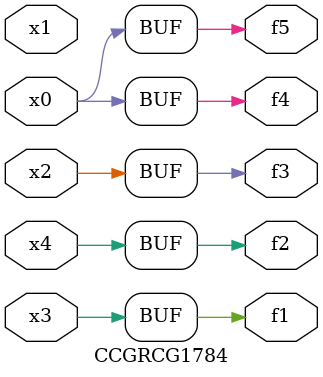
<source format=v>
module CCGRCG1784(
	input x0, x1, x2, x3, x4,
	output f1, f2, f3, f4, f5
);
	assign f1 = x3;
	assign f2 = x4;
	assign f3 = x2;
	assign f4 = x0;
	assign f5 = x0;
endmodule

</source>
